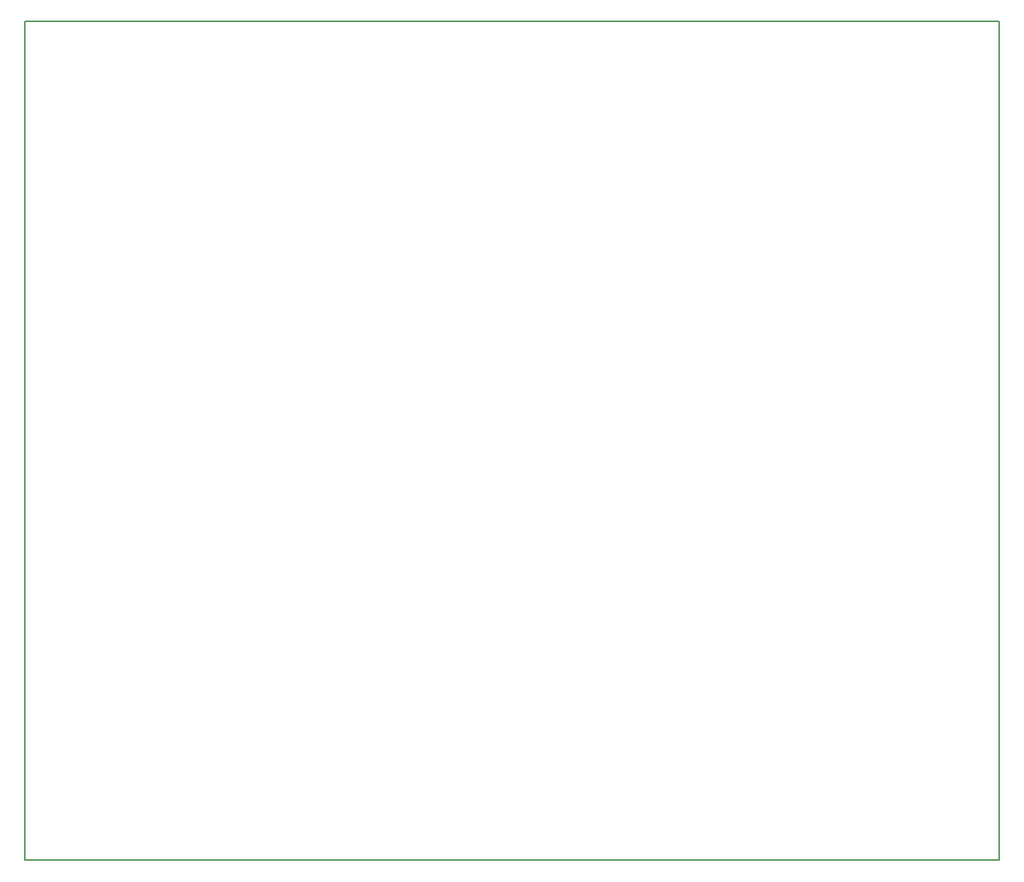
<source format=gbr>
%TF.GenerationSoftware,KiCad,Pcbnew,9.0.2*%
%TF.CreationDate,2025-08-05T21:19:51-07:00*%
%TF.ProjectId,telepresence-bot,74656c65-7072-4657-9365-6e63652d626f,rev?*%
%TF.SameCoordinates,Original*%
%TF.FileFunction,Profile,NP*%
%FSLAX46Y46*%
G04 Gerber Fmt 4.6, Leading zero omitted, Abs format (unit mm)*
G04 Created by KiCad (PCBNEW 9.0.2) date 2025-08-05 21:19:51*
%MOMM*%
%LPD*%
G01*
G04 APERTURE LIST*
%TA.AperFunction,Profile*%
%ADD10C,0.200000*%
%TD*%
G04 APERTURE END LIST*
D10*
X12125000Y-12050000D02*
X128125000Y-12050000D01*
X128125000Y-112050000D01*
X12125000Y-112050000D01*
X12125000Y-12050000D01*
M02*

</source>
